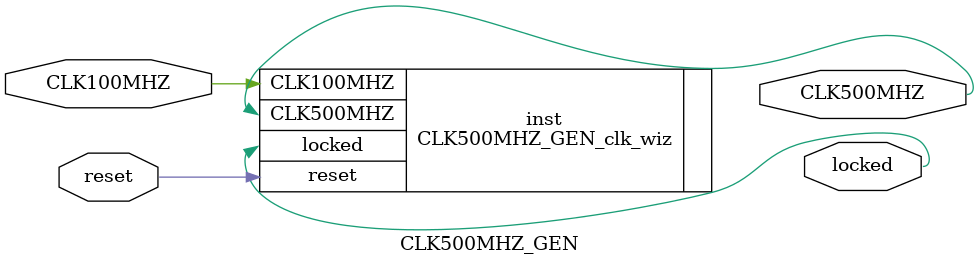
<source format=v>


`timescale 1ps/1ps

(* CORE_GENERATION_INFO = "CLK500MHZ_GEN,clk_wiz_v5_4_2_0,{component_name=CLK500MHZ_GEN,use_phase_alignment=true,use_min_o_jitter=false,use_max_i_jitter=false,use_dyn_phase_shift=false,use_inclk_switchover=false,use_dyn_reconfig=false,enable_axi=0,feedback_source=FDBK_AUTO,PRIMITIVE=PLL,num_out_clk=1,clkin1_period=10.000,clkin2_period=10.000,use_power_down=false,use_reset=true,use_locked=true,use_inclk_stopped=false,feedback_type=SINGLE,CLOCK_MGR_TYPE=NA,manual_override=false}" *)

module CLK500MHZ_GEN 
 (
  // Clock out ports
  output        CLK500MHZ,
  // Status and control signals
  input         reset,
  output        locked,
 // Clock in ports
  input         CLK100MHZ
 );

  CLK500MHZ_GEN_clk_wiz inst
  (
  // Clock out ports  
  .CLK500MHZ(CLK500MHZ),
  // Status and control signals               
  .reset(reset), 
  .locked(locked),
 // Clock in ports
  .CLK100MHZ(CLK100MHZ)
  );

endmodule

</source>
